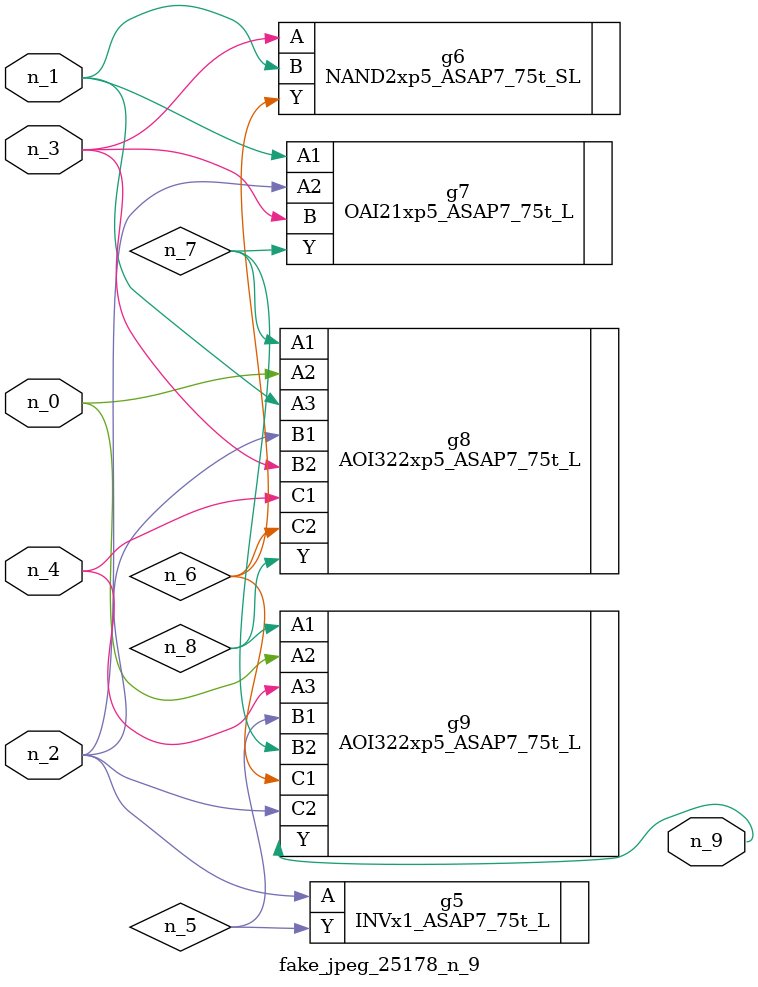
<source format=v>
module fake_jpeg_25178_n_9 (n_3, n_2, n_1, n_0, n_4, n_9);

input n_3;
input n_2;
input n_1;
input n_0;
input n_4;

output n_9;

wire n_8;
wire n_6;
wire n_5;
wire n_7;

INVx1_ASAP7_75t_L g5 ( 
.A(n_2),
.Y(n_5)
);

NAND2xp5_ASAP7_75t_SL g6 ( 
.A(n_3),
.B(n_1),
.Y(n_6)
);

OAI21xp5_ASAP7_75t_L g7 ( 
.A1(n_1),
.A2(n_2),
.B(n_3),
.Y(n_7)
);

AOI322xp5_ASAP7_75t_L g8 ( 
.A1(n_7),
.A2(n_0),
.A3(n_1),
.B1(n_2),
.B2(n_3),
.C1(n_4),
.C2(n_6),
.Y(n_8)
);

AOI322xp5_ASAP7_75t_L g9 ( 
.A1(n_8),
.A2(n_0),
.A3(n_4),
.B1(n_5),
.B2(n_7),
.C1(n_6),
.C2(n_2),
.Y(n_9)
);


endmodule
</source>
